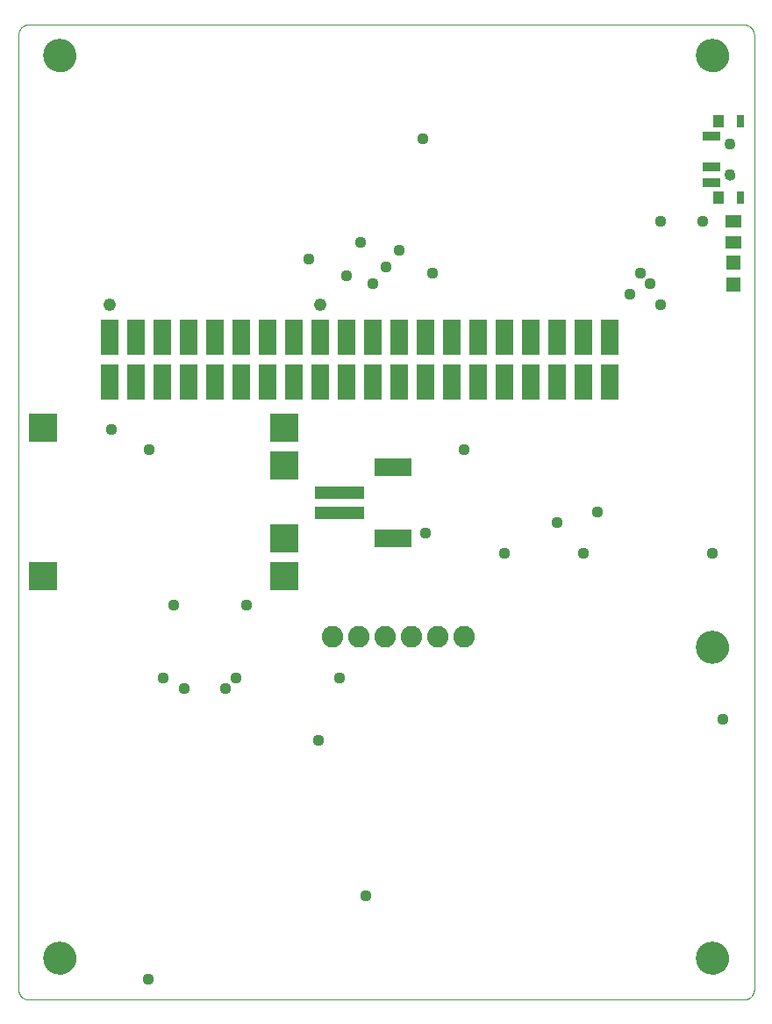
<source format=gbs>
G75*
%MOIN*%
%OFA0B0*%
%FSLAX25Y25*%
%IPPOS*%
%LPD*%
%AMOC8*
5,1,8,0,0,1.08239X$1,22.5*
%
%ADD10C,0.00000*%
%ADD11R,0.06800X0.13800*%
%ADD12R,0.10800X0.10800*%
%ADD13R,0.06312X0.05131*%
%ADD14R,0.05524X0.05524*%
%ADD15R,0.06706X0.03556*%
%ADD16R,0.03162X0.04737*%
%ADD17R,0.03950X0.04737*%
%ADD18C,0.04343*%
%ADD19C,0.12611*%
%ADD20R,0.18910X0.04737*%
%ADD21R,0.14186X0.07099*%
%ADD22C,0.08200*%
%ADD23C,0.04369*%
%ADD24C,0.04762*%
D10*
X0003248Y0006189D02*
X0003248Y0368394D01*
X0003250Y0368518D01*
X0003256Y0368641D01*
X0003265Y0368765D01*
X0003279Y0368887D01*
X0003296Y0369010D01*
X0003318Y0369132D01*
X0003343Y0369253D01*
X0003372Y0369373D01*
X0003404Y0369492D01*
X0003441Y0369611D01*
X0003481Y0369728D01*
X0003524Y0369843D01*
X0003572Y0369958D01*
X0003623Y0370070D01*
X0003677Y0370181D01*
X0003735Y0370291D01*
X0003796Y0370398D01*
X0003861Y0370504D01*
X0003929Y0370607D01*
X0004000Y0370708D01*
X0004074Y0370807D01*
X0004151Y0370904D01*
X0004232Y0370998D01*
X0004315Y0371089D01*
X0004401Y0371178D01*
X0004490Y0371264D01*
X0004581Y0371347D01*
X0004675Y0371428D01*
X0004772Y0371505D01*
X0004871Y0371579D01*
X0004972Y0371650D01*
X0005075Y0371718D01*
X0005181Y0371783D01*
X0005288Y0371844D01*
X0005398Y0371902D01*
X0005509Y0371956D01*
X0005621Y0372007D01*
X0005736Y0372055D01*
X0005851Y0372098D01*
X0005968Y0372138D01*
X0006087Y0372175D01*
X0006206Y0372207D01*
X0006326Y0372236D01*
X0006447Y0372261D01*
X0006569Y0372283D01*
X0006692Y0372300D01*
X0006814Y0372314D01*
X0006938Y0372323D01*
X0007061Y0372329D01*
X0007185Y0372331D01*
X0278839Y0372331D01*
X0278963Y0372329D01*
X0279086Y0372323D01*
X0279210Y0372314D01*
X0279332Y0372300D01*
X0279455Y0372283D01*
X0279577Y0372261D01*
X0279698Y0372236D01*
X0279818Y0372207D01*
X0279937Y0372175D01*
X0280056Y0372138D01*
X0280173Y0372098D01*
X0280288Y0372055D01*
X0280403Y0372007D01*
X0280515Y0371956D01*
X0280626Y0371902D01*
X0280736Y0371844D01*
X0280843Y0371783D01*
X0280949Y0371718D01*
X0281052Y0371650D01*
X0281153Y0371579D01*
X0281252Y0371505D01*
X0281349Y0371428D01*
X0281443Y0371347D01*
X0281534Y0371264D01*
X0281623Y0371178D01*
X0281709Y0371089D01*
X0281792Y0370998D01*
X0281873Y0370904D01*
X0281950Y0370807D01*
X0282024Y0370708D01*
X0282095Y0370607D01*
X0282163Y0370504D01*
X0282228Y0370398D01*
X0282289Y0370291D01*
X0282347Y0370181D01*
X0282401Y0370070D01*
X0282452Y0369958D01*
X0282500Y0369843D01*
X0282543Y0369728D01*
X0282583Y0369611D01*
X0282620Y0369492D01*
X0282652Y0369373D01*
X0282681Y0369253D01*
X0282706Y0369132D01*
X0282728Y0369010D01*
X0282745Y0368887D01*
X0282759Y0368765D01*
X0282768Y0368641D01*
X0282774Y0368518D01*
X0282776Y0368394D01*
X0282776Y0006189D01*
X0282774Y0006065D01*
X0282768Y0005942D01*
X0282759Y0005818D01*
X0282745Y0005696D01*
X0282728Y0005573D01*
X0282706Y0005451D01*
X0282681Y0005330D01*
X0282652Y0005210D01*
X0282620Y0005091D01*
X0282583Y0004972D01*
X0282543Y0004855D01*
X0282500Y0004740D01*
X0282452Y0004625D01*
X0282401Y0004513D01*
X0282347Y0004402D01*
X0282289Y0004292D01*
X0282228Y0004185D01*
X0282163Y0004079D01*
X0282095Y0003976D01*
X0282024Y0003875D01*
X0281950Y0003776D01*
X0281873Y0003679D01*
X0281792Y0003585D01*
X0281709Y0003494D01*
X0281623Y0003405D01*
X0281534Y0003319D01*
X0281443Y0003236D01*
X0281349Y0003155D01*
X0281252Y0003078D01*
X0281153Y0003004D01*
X0281052Y0002933D01*
X0280949Y0002865D01*
X0280843Y0002800D01*
X0280736Y0002739D01*
X0280626Y0002681D01*
X0280515Y0002627D01*
X0280403Y0002576D01*
X0280288Y0002528D01*
X0280173Y0002485D01*
X0280056Y0002445D01*
X0279937Y0002408D01*
X0279818Y0002376D01*
X0279698Y0002347D01*
X0279577Y0002322D01*
X0279455Y0002300D01*
X0279332Y0002283D01*
X0279210Y0002269D01*
X0279086Y0002260D01*
X0278963Y0002254D01*
X0278839Y0002252D01*
X0007185Y0002252D01*
X0007061Y0002254D01*
X0006938Y0002260D01*
X0006814Y0002269D01*
X0006692Y0002283D01*
X0006569Y0002300D01*
X0006447Y0002322D01*
X0006326Y0002347D01*
X0006206Y0002376D01*
X0006087Y0002408D01*
X0005968Y0002445D01*
X0005851Y0002485D01*
X0005736Y0002528D01*
X0005621Y0002576D01*
X0005509Y0002627D01*
X0005398Y0002681D01*
X0005288Y0002739D01*
X0005181Y0002800D01*
X0005075Y0002865D01*
X0004972Y0002933D01*
X0004871Y0003004D01*
X0004772Y0003078D01*
X0004675Y0003155D01*
X0004581Y0003236D01*
X0004490Y0003319D01*
X0004401Y0003405D01*
X0004315Y0003494D01*
X0004232Y0003585D01*
X0004151Y0003679D01*
X0004074Y0003776D01*
X0004000Y0003875D01*
X0003929Y0003976D01*
X0003861Y0004079D01*
X0003796Y0004185D01*
X0003735Y0004292D01*
X0003677Y0004402D01*
X0003623Y0004513D01*
X0003572Y0004625D01*
X0003524Y0004740D01*
X0003481Y0004855D01*
X0003441Y0004972D01*
X0003404Y0005091D01*
X0003372Y0005210D01*
X0003343Y0005330D01*
X0003318Y0005451D01*
X0003296Y0005573D01*
X0003279Y0005696D01*
X0003265Y0005818D01*
X0003256Y0005942D01*
X0003250Y0006065D01*
X0003248Y0006189D01*
X0013090Y0018000D02*
X0013092Y0018153D01*
X0013098Y0018307D01*
X0013108Y0018460D01*
X0013122Y0018612D01*
X0013140Y0018765D01*
X0013162Y0018916D01*
X0013187Y0019067D01*
X0013217Y0019218D01*
X0013251Y0019368D01*
X0013288Y0019516D01*
X0013329Y0019664D01*
X0013374Y0019810D01*
X0013423Y0019956D01*
X0013476Y0020100D01*
X0013532Y0020242D01*
X0013592Y0020383D01*
X0013656Y0020523D01*
X0013723Y0020661D01*
X0013794Y0020797D01*
X0013869Y0020931D01*
X0013946Y0021063D01*
X0014028Y0021193D01*
X0014112Y0021321D01*
X0014200Y0021447D01*
X0014291Y0021570D01*
X0014385Y0021691D01*
X0014483Y0021809D01*
X0014583Y0021925D01*
X0014687Y0022038D01*
X0014793Y0022149D01*
X0014902Y0022257D01*
X0015014Y0022362D01*
X0015128Y0022463D01*
X0015246Y0022562D01*
X0015365Y0022658D01*
X0015487Y0022751D01*
X0015612Y0022840D01*
X0015739Y0022927D01*
X0015868Y0023009D01*
X0015999Y0023089D01*
X0016132Y0023165D01*
X0016267Y0023238D01*
X0016404Y0023307D01*
X0016543Y0023372D01*
X0016683Y0023434D01*
X0016825Y0023492D01*
X0016968Y0023547D01*
X0017113Y0023598D01*
X0017259Y0023645D01*
X0017406Y0023688D01*
X0017554Y0023727D01*
X0017703Y0023763D01*
X0017853Y0023794D01*
X0018004Y0023822D01*
X0018155Y0023846D01*
X0018308Y0023866D01*
X0018460Y0023882D01*
X0018613Y0023894D01*
X0018766Y0023902D01*
X0018919Y0023906D01*
X0019073Y0023906D01*
X0019226Y0023902D01*
X0019379Y0023894D01*
X0019532Y0023882D01*
X0019684Y0023866D01*
X0019837Y0023846D01*
X0019988Y0023822D01*
X0020139Y0023794D01*
X0020289Y0023763D01*
X0020438Y0023727D01*
X0020586Y0023688D01*
X0020733Y0023645D01*
X0020879Y0023598D01*
X0021024Y0023547D01*
X0021167Y0023492D01*
X0021309Y0023434D01*
X0021449Y0023372D01*
X0021588Y0023307D01*
X0021725Y0023238D01*
X0021860Y0023165D01*
X0021993Y0023089D01*
X0022124Y0023009D01*
X0022253Y0022927D01*
X0022380Y0022840D01*
X0022505Y0022751D01*
X0022627Y0022658D01*
X0022746Y0022562D01*
X0022864Y0022463D01*
X0022978Y0022362D01*
X0023090Y0022257D01*
X0023199Y0022149D01*
X0023305Y0022038D01*
X0023409Y0021925D01*
X0023509Y0021809D01*
X0023607Y0021691D01*
X0023701Y0021570D01*
X0023792Y0021447D01*
X0023880Y0021321D01*
X0023964Y0021193D01*
X0024046Y0021063D01*
X0024123Y0020931D01*
X0024198Y0020797D01*
X0024269Y0020661D01*
X0024336Y0020523D01*
X0024400Y0020383D01*
X0024460Y0020242D01*
X0024516Y0020100D01*
X0024569Y0019956D01*
X0024618Y0019810D01*
X0024663Y0019664D01*
X0024704Y0019516D01*
X0024741Y0019368D01*
X0024775Y0019218D01*
X0024805Y0019067D01*
X0024830Y0018916D01*
X0024852Y0018765D01*
X0024870Y0018612D01*
X0024884Y0018460D01*
X0024894Y0018307D01*
X0024900Y0018153D01*
X0024902Y0018000D01*
X0024900Y0017847D01*
X0024894Y0017693D01*
X0024884Y0017540D01*
X0024870Y0017388D01*
X0024852Y0017235D01*
X0024830Y0017084D01*
X0024805Y0016933D01*
X0024775Y0016782D01*
X0024741Y0016632D01*
X0024704Y0016484D01*
X0024663Y0016336D01*
X0024618Y0016190D01*
X0024569Y0016044D01*
X0024516Y0015900D01*
X0024460Y0015758D01*
X0024400Y0015617D01*
X0024336Y0015477D01*
X0024269Y0015339D01*
X0024198Y0015203D01*
X0024123Y0015069D01*
X0024046Y0014937D01*
X0023964Y0014807D01*
X0023880Y0014679D01*
X0023792Y0014553D01*
X0023701Y0014430D01*
X0023607Y0014309D01*
X0023509Y0014191D01*
X0023409Y0014075D01*
X0023305Y0013962D01*
X0023199Y0013851D01*
X0023090Y0013743D01*
X0022978Y0013638D01*
X0022864Y0013537D01*
X0022746Y0013438D01*
X0022627Y0013342D01*
X0022505Y0013249D01*
X0022380Y0013160D01*
X0022253Y0013073D01*
X0022124Y0012991D01*
X0021993Y0012911D01*
X0021860Y0012835D01*
X0021725Y0012762D01*
X0021588Y0012693D01*
X0021449Y0012628D01*
X0021309Y0012566D01*
X0021167Y0012508D01*
X0021024Y0012453D01*
X0020879Y0012402D01*
X0020733Y0012355D01*
X0020586Y0012312D01*
X0020438Y0012273D01*
X0020289Y0012237D01*
X0020139Y0012206D01*
X0019988Y0012178D01*
X0019837Y0012154D01*
X0019684Y0012134D01*
X0019532Y0012118D01*
X0019379Y0012106D01*
X0019226Y0012098D01*
X0019073Y0012094D01*
X0018919Y0012094D01*
X0018766Y0012098D01*
X0018613Y0012106D01*
X0018460Y0012118D01*
X0018308Y0012134D01*
X0018155Y0012154D01*
X0018004Y0012178D01*
X0017853Y0012206D01*
X0017703Y0012237D01*
X0017554Y0012273D01*
X0017406Y0012312D01*
X0017259Y0012355D01*
X0017113Y0012402D01*
X0016968Y0012453D01*
X0016825Y0012508D01*
X0016683Y0012566D01*
X0016543Y0012628D01*
X0016404Y0012693D01*
X0016267Y0012762D01*
X0016132Y0012835D01*
X0015999Y0012911D01*
X0015868Y0012991D01*
X0015739Y0013073D01*
X0015612Y0013160D01*
X0015487Y0013249D01*
X0015365Y0013342D01*
X0015246Y0013438D01*
X0015128Y0013537D01*
X0015014Y0013638D01*
X0014902Y0013743D01*
X0014793Y0013851D01*
X0014687Y0013962D01*
X0014583Y0014075D01*
X0014483Y0014191D01*
X0014385Y0014309D01*
X0014291Y0014430D01*
X0014200Y0014553D01*
X0014112Y0014679D01*
X0014028Y0014807D01*
X0013946Y0014937D01*
X0013869Y0015069D01*
X0013794Y0015203D01*
X0013723Y0015339D01*
X0013656Y0015477D01*
X0013592Y0015617D01*
X0013532Y0015758D01*
X0013476Y0015900D01*
X0013423Y0016044D01*
X0013374Y0016190D01*
X0013329Y0016336D01*
X0013288Y0016484D01*
X0013251Y0016632D01*
X0013217Y0016782D01*
X0013187Y0016933D01*
X0013162Y0017084D01*
X0013140Y0017235D01*
X0013122Y0017388D01*
X0013108Y0017540D01*
X0013098Y0017693D01*
X0013092Y0017847D01*
X0013090Y0018000D01*
X0261122Y0018000D02*
X0261124Y0018153D01*
X0261130Y0018307D01*
X0261140Y0018460D01*
X0261154Y0018612D01*
X0261172Y0018765D01*
X0261194Y0018916D01*
X0261219Y0019067D01*
X0261249Y0019218D01*
X0261283Y0019368D01*
X0261320Y0019516D01*
X0261361Y0019664D01*
X0261406Y0019810D01*
X0261455Y0019956D01*
X0261508Y0020100D01*
X0261564Y0020242D01*
X0261624Y0020383D01*
X0261688Y0020523D01*
X0261755Y0020661D01*
X0261826Y0020797D01*
X0261901Y0020931D01*
X0261978Y0021063D01*
X0262060Y0021193D01*
X0262144Y0021321D01*
X0262232Y0021447D01*
X0262323Y0021570D01*
X0262417Y0021691D01*
X0262515Y0021809D01*
X0262615Y0021925D01*
X0262719Y0022038D01*
X0262825Y0022149D01*
X0262934Y0022257D01*
X0263046Y0022362D01*
X0263160Y0022463D01*
X0263278Y0022562D01*
X0263397Y0022658D01*
X0263519Y0022751D01*
X0263644Y0022840D01*
X0263771Y0022927D01*
X0263900Y0023009D01*
X0264031Y0023089D01*
X0264164Y0023165D01*
X0264299Y0023238D01*
X0264436Y0023307D01*
X0264575Y0023372D01*
X0264715Y0023434D01*
X0264857Y0023492D01*
X0265000Y0023547D01*
X0265145Y0023598D01*
X0265291Y0023645D01*
X0265438Y0023688D01*
X0265586Y0023727D01*
X0265735Y0023763D01*
X0265885Y0023794D01*
X0266036Y0023822D01*
X0266187Y0023846D01*
X0266340Y0023866D01*
X0266492Y0023882D01*
X0266645Y0023894D01*
X0266798Y0023902D01*
X0266951Y0023906D01*
X0267105Y0023906D01*
X0267258Y0023902D01*
X0267411Y0023894D01*
X0267564Y0023882D01*
X0267716Y0023866D01*
X0267869Y0023846D01*
X0268020Y0023822D01*
X0268171Y0023794D01*
X0268321Y0023763D01*
X0268470Y0023727D01*
X0268618Y0023688D01*
X0268765Y0023645D01*
X0268911Y0023598D01*
X0269056Y0023547D01*
X0269199Y0023492D01*
X0269341Y0023434D01*
X0269481Y0023372D01*
X0269620Y0023307D01*
X0269757Y0023238D01*
X0269892Y0023165D01*
X0270025Y0023089D01*
X0270156Y0023009D01*
X0270285Y0022927D01*
X0270412Y0022840D01*
X0270537Y0022751D01*
X0270659Y0022658D01*
X0270778Y0022562D01*
X0270896Y0022463D01*
X0271010Y0022362D01*
X0271122Y0022257D01*
X0271231Y0022149D01*
X0271337Y0022038D01*
X0271441Y0021925D01*
X0271541Y0021809D01*
X0271639Y0021691D01*
X0271733Y0021570D01*
X0271824Y0021447D01*
X0271912Y0021321D01*
X0271996Y0021193D01*
X0272078Y0021063D01*
X0272155Y0020931D01*
X0272230Y0020797D01*
X0272301Y0020661D01*
X0272368Y0020523D01*
X0272432Y0020383D01*
X0272492Y0020242D01*
X0272548Y0020100D01*
X0272601Y0019956D01*
X0272650Y0019810D01*
X0272695Y0019664D01*
X0272736Y0019516D01*
X0272773Y0019368D01*
X0272807Y0019218D01*
X0272837Y0019067D01*
X0272862Y0018916D01*
X0272884Y0018765D01*
X0272902Y0018612D01*
X0272916Y0018460D01*
X0272926Y0018307D01*
X0272932Y0018153D01*
X0272934Y0018000D01*
X0272932Y0017847D01*
X0272926Y0017693D01*
X0272916Y0017540D01*
X0272902Y0017388D01*
X0272884Y0017235D01*
X0272862Y0017084D01*
X0272837Y0016933D01*
X0272807Y0016782D01*
X0272773Y0016632D01*
X0272736Y0016484D01*
X0272695Y0016336D01*
X0272650Y0016190D01*
X0272601Y0016044D01*
X0272548Y0015900D01*
X0272492Y0015758D01*
X0272432Y0015617D01*
X0272368Y0015477D01*
X0272301Y0015339D01*
X0272230Y0015203D01*
X0272155Y0015069D01*
X0272078Y0014937D01*
X0271996Y0014807D01*
X0271912Y0014679D01*
X0271824Y0014553D01*
X0271733Y0014430D01*
X0271639Y0014309D01*
X0271541Y0014191D01*
X0271441Y0014075D01*
X0271337Y0013962D01*
X0271231Y0013851D01*
X0271122Y0013743D01*
X0271010Y0013638D01*
X0270896Y0013537D01*
X0270778Y0013438D01*
X0270659Y0013342D01*
X0270537Y0013249D01*
X0270412Y0013160D01*
X0270285Y0013073D01*
X0270156Y0012991D01*
X0270025Y0012911D01*
X0269892Y0012835D01*
X0269757Y0012762D01*
X0269620Y0012693D01*
X0269481Y0012628D01*
X0269341Y0012566D01*
X0269199Y0012508D01*
X0269056Y0012453D01*
X0268911Y0012402D01*
X0268765Y0012355D01*
X0268618Y0012312D01*
X0268470Y0012273D01*
X0268321Y0012237D01*
X0268171Y0012206D01*
X0268020Y0012178D01*
X0267869Y0012154D01*
X0267716Y0012134D01*
X0267564Y0012118D01*
X0267411Y0012106D01*
X0267258Y0012098D01*
X0267105Y0012094D01*
X0266951Y0012094D01*
X0266798Y0012098D01*
X0266645Y0012106D01*
X0266492Y0012118D01*
X0266340Y0012134D01*
X0266187Y0012154D01*
X0266036Y0012178D01*
X0265885Y0012206D01*
X0265735Y0012237D01*
X0265586Y0012273D01*
X0265438Y0012312D01*
X0265291Y0012355D01*
X0265145Y0012402D01*
X0265000Y0012453D01*
X0264857Y0012508D01*
X0264715Y0012566D01*
X0264575Y0012628D01*
X0264436Y0012693D01*
X0264299Y0012762D01*
X0264164Y0012835D01*
X0264031Y0012911D01*
X0263900Y0012991D01*
X0263771Y0013073D01*
X0263644Y0013160D01*
X0263519Y0013249D01*
X0263397Y0013342D01*
X0263278Y0013438D01*
X0263160Y0013537D01*
X0263046Y0013638D01*
X0262934Y0013743D01*
X0262825Y0013851D01*
X0262719Y0013962D01*
X0262615Y0014075D01*
X0262515Y0014191D01*
X0262417Y0014309D01*
X0262323Y0014430D01*
X0262232Y0014553D01*
X0262144Y0014679D01*
X0262060Y0014807D01*
X0261978Y0014937D01*
X0261901Y0015069D01*
X0261826Y0015203D01*
X0261755Y0015339D01*
X0261688Y0015477D01*
X0261624Y0015617D01*
X0261564Y0015758D01*
X0261508Y0015900D01*
X0261455Y0016044D01*
X0261406Y0016190D01*
X0261361Y0016336D01*
X0261320Y0016484D01*
X0261283Y0016632D01*
X0261249Y0016782D01*
X0261219Y0016933D01*
X0261194Y0017084D01*
X0261172Y0017235D01*
X0261154Y0017388D01*
X0261140Y0017540D01*
X0261130Y0017693D01*
X0261124Y0017847D01*
X0261122Y0018000D01*
X0261122Y0136110D02*
X0261124Y0136263D01*
X0261130Y0136417D01*
X0261140Y0136570D01*
X0261154Y0136722D01*
X0261172Y0136875D01*
X0261194Y0137026D01*
X0261219Y0137177D01*
X0261249Y0137328D01*
X0261283Y0137478D01*
X0261320Y0137626D01*
X0261361Y0137774D01*
X0261406Y0137920D01*
X0261455Y0138066D01*
X0261508Y0138210D01*
X0261564Y0138352D01*
X0261624Y0138493D01*
X0261688Y0138633D01*
X0261755Y0138771D01*
X0261826Y0138907D01*
X0261901Y0139041D01*
X0261978Y0139173D01*
X0262060Y0139303D01*
X0262144Y0139431D01*
X0262232Y0139557D01*
X0262323Y0139680D01*
X0262417Y0139801D01*
X0262515Y0139919D01*
X0262615Y0140035D01*
X0262719Y0140148D01*
X0262825Y0140259D01*
X0262934Y0140367D01*
X0263046Y0140472D01*
X0263160Y0140573D01*
X0263278Y0140672D01*
X0263397Y0140768D01*
X0263519Y0140861D01*
X0263644Y0140950D01*
X0263771Y0141037D01*
X0263900Y0141119D01*
X0264031Y0141199D01*
X0264164Y0141275D01*
X0264299Y0141348D01*
X0264436Y0141417D01*
X0264575Y0141482D01*
X0264715Y0141544D01*
X0264857Y0141602D01*
X0265000Y0141657D01*
X0265145Y0141708D01*
X0265291Y0141755D01*
X0265438Y0141798D01*
X0265586Y0141837D01*
X0265735Y0141873D01*
X0265885Y0141904D01*
X0266036Y0141932D01*
X0266187Y0141956D01*
X0266340Y0141976D01*
X0266492Y0141992D01*
X0266645Y0142004D01*
X0266798Y0142012D01*
X0266951Y0142016D01*
X0267105Y0142016D01*
X0267258Y0142012D01*
X0267411Y0142004D01*
X0267564Y0141992D01*
X0267716Y0141976D01*
X0267869Y0141956D01*
X0268020Y0141932D01*
X0268171Y0141904D01*
X0268321Y0141873D01*
X0268470Y0141837D01*
X0268618Y0141798D01*
X0268765Y0141755D01*
X0268911Y0141708D01*
X0269056Y0141657D01*
X0269199Y0141602D01*
X0269341Y0141544D01*
X0269481Y0141482D01*
X0269620Y0141417D01*
X0269757Y0141348D01*
X0269892Y0141275D01*
X0270025Y0141199D01*
X0270156Y0141119D01*
X0270285Y0141037D01*
X0270412Y0140950D01*
X0270537Y0140861D01*
X0270659Y0140768D01*
X0270778Y0140672D01*
X0270896Y0140573D01*
X0271010Y0140472D01*
X0271122Y0140367D01*
X0271231Y0140259D01*
X0271337Y0140148D01*
X0271441Y0140035D01*
X0271541Y0139919D01*
X0271639Y0139801D01*
X0271733Y0139680D01*
X0271824Y0139557D01*
X0271912Y0139431D01*
X0271996Y0139303D01*
X0272078Y0139173D01*
X0272155Y0139041D01*
X0272230Y0138907D01*
X0272301Y0138771D01*
X0272368Y0138633D01*
X0272432Y0138493D01*
X0272492Y0138352D01*
X0272548Y0138210D01*
X0272601Y0138066D01*
X0272650Y0137920D01*
X0272695Y0137774D01*
X0272736Y0137626D01*
X0272773Y0137478D01*
X0272807Y0137328D01*
X0272837Y0137177D01*
X0272862Y0137026D01*
X0272884Y0136875D01*
X0272902Y0136722D01*
X0272916Y0136570D01*
X0272926Y0136417D01*
X0272932Y0136263D01*
X0272934Y0136110D01*
X0272932Y0135957D01*
X0272926Y0135803D01*
X0272916Y0135650D01*
X0272902Y0135498D01*
X0272884Y0135345D01*
X0272862Y0135194D01*
X0272837Y0135043D01*
X0272807Y0134892D01*
X0272773Y0134742D01*
X0272736Y0134594D01*
X0272695Y0134446D01*
X0272650Y0134300D01*
X0272601Y0134154D01*
X0272548Y0134010D01*
X0272492Y0133868D01*
X0272432Y0133727D01*
X0272368Y0133587D01*
X0272301Y0133449D01*
X0272230Y0133313D01*
X0272155Y0133179D01*
X0272078Y0133047D01*
X0271996Y0132917D01*
X0271912Y0132789D01*
X0271824Y0132663D01*
X0271733Y0132540D01*
X0271639Y0132419D01*
X0271541Y0132301D01*
X0271441Y0132185D01*
X0271337Y0132072D01*
X0271231Y0131961D01*
X0271122Y0131853D01*
X0271010Y0131748D01*
X0270896Y0131647D01*
X0270778Y0131548D01*
X0270659Y0131452D01*
X0270537Y0131359D01*
X0270412Y0131270D01*
X0270285Y0131183D01*
X0270156Y0131101D01*
X0270025Y0131021D01*
X0269892Y0130945D01*
X0269757Y0130872D01*
X0269620Y0130803D01*
X0269481Y0130738D01*
X0269341Y0130676D01*
X0269199Y0130618D01*
X0269056Y0130563D01*
X0268911Y0130512D01*
X0268765Y0130465D01*
X0268618Y0130422D01*
X0268470Y0130383D01*
X0268321Y0130347D01*
X0268171Y0130316D01*
X0268020Y0130288D01*
X0267869Y0130264D01*
X0267716Y0130244D01*
X0267564Y0130228D01*
X0267411Y0130216D01*
X0267258Y0130208D01*
X0267105Y0130204D01*
X0266951Y0130204D01*
X0266798Y0130208D01*
X0266645Y0130216D01*
X0266492Y0130228D01*
X0266340Y0130244D01*
X0266187Y0130264D01*
X0266036Y0130288D01*
X0265885Y0130316D01*
X0265735Y0130347D01*
X0265586Y0130383D01*
X0265438Y0130422D01*
X0265291Y0130465D01*
X0265145Y0130512D01*
X0265000Y0130563D01*
X0264857Y0130618D01*
X0264715Y0130676D01*
X0264575Y0130738D01*
X0264436Y0130803D01*
X0264299Y0130872D01*
X0264164Y0130945D01*
X0264031Y0131021D01*
X0263900Y0131101D01*
X0263771Y0131183D01*
X0263644Y0131270D01*
X0263519Y0131359D01*
X0263397Y0131452D01*
X0263278Y0131548D01*
X0263160Y0131647D01*
X0263046Y0131748D01*
X0262934Y0131853D01*
X0262825Y0131961D01*
X0262719Y0132072D01*
X0262615Y0132185D01*
X0262515Y0132301D01*
X0262417Y0132419D01*
X0262323Y0132540D01*
X0262232Y0132663D01*
X0262144Y0132789D01*
X0262060Y0132917D01*
X0261978Y0133047D01*
X0261901Y0133179D01*
X0261826Y0133313D01*
X0261755Y0133449D01*
X0261688Y0133587D01*
X0261624Y0133727D01*
X0261564Y0133868D01*
X0261508Y0134010D01*
X0261455Y0134154D01*
X0261406Y0134300D01*
X0261361Y0134446D01*
X0261320Y0134594D01*
X0261283Y0134742D01*
X0261249Y0134892D01*
X0261219Y0135043D01*
X0261194Y0135194D01*
X0261172Y0135345D01*
X0261154Y0135498D01*
X0261140Y0135650D01*
X0261130Y0135803D01*
X0261124Y0135957D01*
X0261122Y0136110D01*
X0271752Y0315244D02*
X0271754Y0315328D01*
X0271760Y0315411D01*
X0271770Y0315494D01*
X0271784Y0315577D01*
X0271801Y0315659D01*
X0271823Y0315740D01*
X0271848Y0315819D01*
X0271877Y0315898D01*
X0271910Y0315975D01*
X0271946Y0316050D01*
X0271986Y0316124D01*
X0272029Y0316196D01*
X0272076Y0316265D01*
X0272126Y0316332D01*
X0272179Y0316397D01*
X0272235Y0316459D01*
X0272293Y0316519D01*
X0272355Y0316576D01*
X0272419Y0316629D01*
X0272486Y0316680D01*
X0272555Y0316727D01*
X0272626Y0316772D01*
X0272699Y0316812D01*
X0272774Y0316849D01*
X0272851Y0316883D01*
X0272929Y0316913D01*
X0273008Y0316939D01*
X0273089Y0316962D01*
X0273171Y0316980D01*
X0273253Y0316995D01*
X0273336Y0317006D01*
X0273419Y0317013D01*
X0273503Y0317016D01*
X0273587Y0317015D01*
X0273670Y0317010D01*
X0273754Y0317001D01*
X0273836Y0316988D01*
X0273918Y0316972D01*
X0273999Y0316951D01*
X0274080Y0316927D01*
X0274158Y0316899D01*
X0274236Y0316867D01*
X0274312Y0316831D01*
X0274386Y0316792D01*
X0274458Y0316750D01*
X0274528Y0316704D01*
X0274596Y0316655D01*
X0274661Y0316603D01*
X0274724Y0316548D01*
X0274784Y0316490D01*
X0274842Y0316429D01*
X0274896Y0316365D01*
X0274948Y0316299D01*
X0274996Y0316231D01*
X0275041Y0316160D01*
X0275082Y0316087D01*
X0275121Y0316013D01*
X0275155Y0315937D01*
X0275186Y0315859D01*
X0275213Y0315780D01*
X0275237Y0315699D01*
X0275256Y0315618D01*
X0275272Y0315536D01*
X0275284Y0315453D01*
X0275292Y0315369D01*
X0275296Y0315286D01*
X0275296Y0315202D01*
X0275292Y0315119D01*
X0275284Y0315035D01*
X0275272Y0314952D01*
X0275256Y0314870D01*
X0275237Y0314789D01*
X0275213Y0314708D01*
X0275186Y0314629D01*
X0275155Y0314551D01*
X0275121Y0314475D01*
X0275082Y0314401D01*
X0275041Y0314328D01*
X0274996Y0314257D01*
X0274948Y0314189D01*
X0274896Y0314123D01*
X0274842Y0314059D01*
X0274784Y0313998D01*
X0274724Y0313940D01*
X0274661Y0313885D01*
X0274596Y0313833D01*
X0274528Y0313784D01*
X0274458Y0313738D01*
X0274386Y0313696D01*
X0274312Y0313657D01*
X0274236Y0313621D01*
X0274158Y0313589D01*
X0274080Y0313561D01*
X0273999Y0313537D01*
X0273918Y0313516D01*
X0273836Y0313500D01*
X0273754Y0313487D01*
X0273670Y0313478D01*
X0273587Y0313473D01*
X0273503Y0313472D01*
X0273419Y0313475D01*
X0273336Y0313482D01*
X0273253Y0313493D01*
X0273171Y0313508D01*
X0273089Y0313526D01*
X0273008Y0313549D01*
X0272929Y0313575D01*
X0272851Y0313605D01*
X0272774Y0313639D01*
X0272699Y0313676D01*
X0272626Y0313716D01*
X0272555Y0313761D01*
X0272486Y0313808D01*
X0272419Y0313859D01*
X0272355Y0313912D01*
X0272293Y0313969D01*
X0272235Y0314029D01*
X0272179Y0314091D01*
X0272126Y0314156D01*
X0272076Y0314223D01*
X0272029Y0314292D01*
X0271986Y0314364D01*
X0271946Y0314438D01*
X0271910Y0314513D01*
X0271877Y0314590D01*
X0271848Y0314669D01*
X0271823Y0314748D01*
X0271801Y0314829D01*
X0271784Y0314911D01*
X0271770Y0314994D01*
X0271760Y0315077D01*
X0271754Y0315160D01*
X0271752Y0315244D01*
X0271752Y0327055D02*
X0271754Y0327139D01*
X0271760Y0327222D01*
X0271770Y0327305D01*
X0271784Y0327388D01*
X0271801Y0327470D01*
X0271823Y0327551D01*
X0271848Y0327630D01*
X0271877Y0327709D01*
X0271910Y0327786D01*
X0271946Y0327861D01*
X0271986Y0327935D01*
X0272029Y0328007D01*
X0272076Y0328076D01*
X0272126Y0328143D01*
X0272179Y0328208D01*
X0272235Y0328270D01*
X0272293Y0328330D01*
X0272355Y0328387D01*
X0272419Y0328440D01*
X0272486Y0328491D01*
X0272555Y0328538D01*
X0272626Y0328583D01*
X0272699Y0328623D01*
X0272774Y0328660D01*
X0272851Y0328694D01*
X0272929Y0328724D01*
X0273008Y0328750D01*
X0273089Y0328773D01*
X0273171Y0328791D01*
X0273253Y0328806D01*
X0273336Y0328817D01*
X0273419Y0328824D01*
X0273503Y0328827D01*
X0273587Y0328826D01*
X0273670Y0328821D01*
X0273754Y0328812D01*
X0273836Y0328799D01*
X0273918Y0328783D01*
X0273999Y0328762D01*
X0274080Y0328738D01*
X0274158Y0328710D01*
X0274236Y0328678D01*
X0274312Y0328642D01*
X0274386Y0328603D01*
X0274458Y0328561D01*
X0274528Y0328515D01*
X0274596Y0328466D01*
X0274661Y0328414D01*
X0274724Y0328359D01*
X0274784Y0328301D01*
X0274842Y0328240D01*
X0274896Y0328176D01*
X0274948Y0328110D01*
X0274996Y0328042D01*
X0275041Y0327971D01*
X0275082Y0327898D01*
X0275121Y0327824D01*
X0275155Y0327748D01*
X0275186Y0327670D01*
X0275213Y0327591D01*
X0275237Y0327510D01*
X0275256Y0327429D01*
X0275272Y0327347D01*
X0275284Y0327264D01*
X0275292Y0327180D01*
X0275296Y0327097D01*
X0275296Y0327013D01*
X0275292Y0326930D01*
X0275284Y0326846D01*
X0275272Y0326763D01*
X0275256Y0326681D01*
X0275237Y0326600D01*
X0275213Y0326519D01*
X0275186Y0326440D01*
X0275155Y0326362D01*
X0275121Y0326286D01*
X0275082Y0326212D01*
X0275041Y0326139D01*
X0274996Y0326068D01*
X0274948Y0326000D01*
X0274896Y0325934D01*
X0274842Y0325870D01*
X0274784Y0325809D01*
X0274724Y0325751D01*
X0274661Y0325696D01*
X0274596Y0325644D01*
X0274528Y0325595D01*
X0274458Y0325549D01*
X0274386Y0325507D01*
X0274312Y0325468D01*
X0274236Y0325432D01*
X0274158Y0325400D01*
X0274080Y0325372D01*
X0273999Y0325348D01*
X0273918Y0325327D01*
X0273836Y0325311D01*
X0273754Y0325298D01*
X0273670Y0325289D01*
X0273587Y0325284D01*
X0273503Y0325283D01*
X0273419Y0325286D01*
X0273336Y0325293D01*
X0273253Y0325304D01*
X0273171Y0325319D01*
X0273089Y0325337D01*
X0273008Y0325360D01*
X0272929Y0325386D01*
X0272851Y0325416D01*
X0272774Y0325450D01*
X0272699Y0325487D01*
X0272626Y0325527D01*
X0272555Y0325572D01*
X0272486Y0325619D01*
X0272419Y0325670D01*
X0272355Y0325723D01*
X0272293Y0325780D01*
X0272235Y0325840D01*
X0272179Y0325902D01*
X0272126Y0325967D01*
X0272076Y0326034D01*
X0272029Y0326103D01*
X0271986Y0326175D01*
X0271946Y0326249D01*
X0271910Y0326324D01*
X0271877Y0326401D01*
X0271848Y0326480D01*
X0271823Y0326559D01*
X0271801Y0326640D01*
X0271784Y0326722D01*
X0271770Y0326805D01*
X0271760Y0326888D01*
X0271754Y0326971D01*
X0271752Y0327055D01*
X0261122Y0360520D02*
X0261124Y0360673D01*
X0261130Y0360827D01*
X0261140Y0360980D01*
X0261154Y0361132D01*
X0261172Y0361285D01*
X0261194Y0361436D01*
X0261219Y0361587D01*
X0261249Y0361738D01*
X0261283Y0361888D01*
X0261320Y0362036D01*
X0261361Y0362184D01*
X0261406Y0362330D01*
X0261455Y0362476D01*
X0261508Y0362620D01*
X0261564Y0362762D01*
X0261624Y0362903D01*
X0261688Y0363043D01*
X0261755Y0363181D01*
X0261826Y0363317D01*
X0261901Y0363451D01*
X0261978Y0363583D01*
X0262060Y0363713D01*
X0262144Y0363841D01*
X0262232Y0363967D01*
X0262323Y0364090D01*
X0262417Y0364211D01*
X0262515Y0364329D01*
X0262615Y0364445D01*
X0262719Y0364558D01*
X0262825Y0364669D01*
X0262934Y0364777D01*
X0263046Y0364882D01*
X0263160Y0364983D01*
X0263278Y0365082D01*
X0263397Y0365178D01*
X0263519Y0365271D01*
X0263644Y0365360D01*
X0263771Y0365447D01*
X0263900Y0365529D01*
X0264031Y0365609D01*
X0264164Y0365685D01*
X0264299Y0365758D01*
X0264436Y0365827D01*
X0264575Y0365892D01*
X0264715Y0365954D01*
X0264857Y0366012D01*
X0265000Y0366067D01*
X0265145Y0366118D01*
X0265291Y0366165D01*
X0265438Y0366208D01*
X0265586Y0366247D01*
X0265735Y0366283D01*
X0265885Y0366314D01*
X0266036Y0366342D01*
X0266187Y0366366D01*
X0266340Y0366386D01*
X0266492Y0366402D01*
X0266645Y0366414D01*
X0266798Y0366422D01*
X0266951Y0366426D01*
X0267105Y0366426D01*
X0267258Y0366422D01*
X0267411Y0366414D01*
X0267564Y0366402D01*
X0267716Y0366386D01*
X0267869Y0366366D01*
X0268020Y0366342D01*
X0268171Y0366314D01*
X0268321Y0366283D01*
X0268470Y0366247D01*
X0268618Y0366208D01*
X0268765Y0366165D01*
X0268911Y0366118D01*
X0269056Y0366067D01*
X0269199Y0366012D01*
X0269341Y0365954D01*
X0269481Y0365892D01*
X0269620Y0365827D01*
X0269757Y0365758D01*
X0269892Y0365685D01*
X0270025Y0365609D01*
X0270156Y0365529D01*
X0270285Y0365447D01*
X0270412Y0365360D01*
X0270537Y0365271D01*
X0270659Y0365178D01*
X0270778Y0365082D01*
X0270896Y0364983D01*
X0271010Y0364882D01*
X0271122Y0364777D01*
X0271231Y0364669D01*
X0271337Y0364558D01*
X0271441Y0364445D01*
X0271541Y0364329D01*
X0271639Y0364211D01*
X0271733Y0364090D01*
X0271824Y0363967D01*
X0271912Y0363841D01*
X0271996Y0363713D01*
X0272078Y0363583D01*
X0272155Y0363451D01*
X0272230Y0363317D01*
X0272301Y0363181D01*
X0272368Y0363043D01*
X0272432Y0362903D01*
X0272492Y0362762D01*
X0272548Y0362620D01*
X0272601Y0362476D01*
X0272650Y0362330D01*
X0272695Y0362184D01*
X0272736Y0362036D01*
X0272773Y0361888D01*
X0272807Y0361738D01*
X0272837Y0361587D01*
X0272862Y0361436D01*
X0272884Y0361285D01*
X0272902Y0361132D01*
X0272916Y0360980D01*
X0272926Y0360827D01*
X0272932Y0360673D01*
X0272934Y0360520D01*
X0272932Y0360367D01*
X0272926Y0360213D01*
X0272916Y0360060D01*
X0272902Y0359908D01*
X0272884Y0359755D01*
X0272862Y0359604D01*
X0272837Y0359453D01*
X0272807Y0359302D01*
X0272773Y0359152D01*
X0272736Y0359004D01*
X0272695Y0358856D01*
X0272650Y0358710D01*
X0272601Y0358564D01*
X0272548Y0358420D01*
X0272492Y0358278D01*
X0272432Y0358137D01*
X0272368Y0357997D01*
X0272301Y0357859D01*
X0272230Y0357723D01*
X0272155Y0357589D01*
X0272078Y0357457D01*
X0271996Y0357327D01*
X0271912Y0357199D01*
X0271824Y0357073D01*
X0271733Y0356950D01*
X0271639Y0356829D01*
X0271541Y0356711D01*
X0271441Y0356595D01*
X0271337Y0356482D01*
X0271231Y0356371D01*
X0271122Y0356263D01*
X0271010Y0356158D01*
X0270896Y0356057D01*
X0270778Y0355958D01*
X0270659Y0355862D01*
X0270537Y0355769D01*
X0270412Y0355680D01*
X0270285Y0355593D01*
X0270156Y0355511D01*
X0270025Y0355431D01*
X0269892Y0355355D01*
X0269757Y0355282D01*
X0269620Y0355213D01*
X0269481Y0355148D01*
X0269341Y0355086D01*
X0269199Y0355028D01*
X0269056Y0354973D01*
X0268911Y0354922D01*
X0268765Y0354875D01*
X0268618Y0354832D01*
X0268470Y0354793D01*
X0268321Y0354757D01*
X0268171Y0354726D01*
X0268020Y0354698D01*
X0267869Y0354674D01*
X0267716Y0354654D01*
X0267564Y0354638D01*
X0267411Y0354626D01*
X0267258Y0354618D01*
X0267105Y0354614D01*
X0266951Y0354614D01*
X0266798Y0354618D01*
X0266645Y0354626D01*
X0266492Y0354638D01*
X0266340Y0354654D01*
X0266187Y0354674D01*
X0266036Y0354698D01*
X0265885Y0354726D01*
X0265735Y0354757D01*
X0265586Y0354793D01*
X0265438Y0354832D01*
X0265291Y0354875D01*
X0265145Y0354922D01*
X0265000Y0354973D01*
X0264857Y0355028D01*
X0264715Y0355086D01*
X0264575Y0355148D01*
X0264436Y0355213D01*
X0264299Y0355282D01*
X0264164Y0355355D01*
X0264031Y0355431D01*
X0263900Y0355511D01*
X0263771Y0355593D01*
X0263644Y0355680D01*
X0263519Y0355769D01*
X0263397Y0355862D01*
X0263278Y0355958D01*
X0263160Y0356057D01*
X0263046Y0356158D01*
X0262934Y0356263D01*
X0262825Y0356371D01*
X0262719Y0356482D01*
X0262615Y0356595D01*
X0262515Y0356711D01*
X0262417Y0356829D01*
X0262323Y0356950D01*
X0262232Y0357073D01*
X0262144Y0357199D01*
X0262060Y0357327D01*
X0261978Y0357457D01*
X0261901Y0357589D01*
X0261826Y0357723D01*
X0261755Y0357859D01*
X0261688Y0357997D01*
X0261624Y0358137D01*
X0261564Y0358278D01*
X0261508Y0358420D01*
X0261455Y0358564D01*
X0261406Y0358710D01*
X0261361Y0358856D01*
X0261320Y0359004D01*
X0261283Y0359152D01*
X0261249Y0359302D01*
X0261219Y0359453D01*
X0261194Y0359604D01*
X0261172Y0359755D01*
X0261154Y0359908D01*
X0261140Y0360060D01*
X0261130Y0360213D01*
X0261124Y0360367D01*
X0261122Y0360520D01*
X0013090Y0360520D02*
X0013092Y0360673D01*
X0013098Y0360827D01*
X0013108Y0360980D01*
X0013122Y0361132D01*
X0013140Y0361285D01*
X0013162Y0361436D01*
X0013187Y0361587D01*
X0013217Y0361738D01*
X0013251Y0361888D01*
X0013288Y0362036D01*
X0013329Y0362184D01*
X0013374Y0362330D01*
X0013423Y0362476D01*
X0013476Y0362620D01*
X0013532Y0362762D01*
X0013592Y0362903D01*
X0013656Y0363043D01*
X0013723Y0363181D01*
X0013794Y0363317D01*
X0013869Y0363451D01*
X0013946Y0363583D01*
X0014028Y0363713D01*
X0014112Y0363841D01*
X0014200Y0363967D01*
X0014291Y0364090D01*
X0014385Y0364211D01*
X0014483Y0364329D01*
X0014583Y0364445D01*
X0014687Y0364558D01*
X0014793Y0364669D01*
X0014902Y0364777D01*
X0015014Y0364882D01*
X0015128Y0364983D01*
X0015246Y0365082D01*
X0015365Y0365178D01*
X0015487Y0365271D01*
X0015612Y0365360D01*
X0015739Y0365447D01*
X0015868Y0365529D01*
X0015999Y0365609D01*
X0016132Y0365685D01*
X0016267Y0365758D01*
X0016404Y0365827D01*
X0016543Y0365892D01*
X0016683Y0365954D01*
X0016825Y0366012D01*
X0016968Y0366067D01*
X0017113Y0366118D01*
X0017259Y0366165D01*
X0017406Y0366208D01*
X0017554Y0366247D01*
X0017703Y0366283D01*
X0017853Y0366314D01*
X0018004Y0366342D01*
X0018155Y0366366D01*
X0018308Y0366386D01*
X0018460Y0366402D01*
X0018613Y0366414D01*
X0018766Y0366422D01*
X0018919Y0366426D01*
X0019073Y0366426D01*
X0019226Y0366422D01*
X0019379Y0366414D01*
X0019532Y0366402D01*
X0019684Y0366386D01*
X0019837Y0366366D01*
X0019988Y0366342D01*
X0020139Y0366314D01*
X0020289Y0366283D01*
X0020438Y0366247D01*
X0020586Y0366208D01*
X0020733Y0366165D01*
X0020879Y0366118D01*
X0021024Y0366067D01*
X0021167Y0366012D01*
X0021309Y0365954D01*
X0021449Y0365892D01*
X0021588Y0365827D01*
X0021725Y0365758D01*
X0021860Y0365685D01*
X0021993Y0365609D01*
X0022124Y0365529D01*
X0022253Y0365447D01*
X0022380Y0365360D01*
X0022505Y0365271D01*
X0022627Y0365178D01*
X0022746Y0365082D01*
X0022864Y0364983D01*
X0022978Y0364882D01*
X0023090Y0364777D01*
X0023199Y0364669D01*
X0023305Y0364558D01*
X0023409Y0364445D01*
X0023509Y0364329D01*
X0023607Y0364211D01*
X0023701Y0364090D01*
X0023792Y0363967D01*
X0023880Y0363841D01*
X0023964Y0363713D01*
X0024046Y0363583D01*
X0024123Y0363451D01*
X0024198Y0363317D01*
X0024269Y0363181D01*
X0024336Y0363043D01*
X0024400Y0362903D01*
X0024460Y0362762D01*
X0024516Y0362620D01*
X0024569Y0362476D01*
X0024618Y0362330D01*
X0024663Y0362184D01*
X0024704Y0362036D01*
X0024741Y0361888D01*
X0024775Y0361738D01*
X0024805Y0361587D01*
X0024830Y0361436D01*
X0024852Y0361285D01*
X0024870Y0361132D01*
X0024884Y0360980D01*
X0024894Y0360827D01*
X0024900Y0360673D01*
X0024902Y0360520D01*
X0024900Y0360367D01*
X0024894Y0360213D01*
X0024884Y0360060D01*
X0024870Y0359908D01*
X0024852Y0359755D01*
X0024830Y0359604D01*
X0024805Y0359453D01*
X0024775Y0359302D01*
X0024741Y0359152D01*
X0024704Y0359004D01*
X0024663Y0358856D01*
X0024618Y0358710D01*
X0024569Y0358564D01*
X0024516Y0358420D01*
X0024460Y0358278D01*
X0024400Y0358137D01*
X0024336Y0357997D01*
X0024269Y0357859D01*
X0024198Y0357723D01*
X0024123Y0357589D01*
X0024046Y0357457D01*
X0023964Y0357327D01*
X0023880Y0357199D01*
X0023792Y0357073D01*
X0023701Y0356950D01*
X0023607Y0356829D01*
X0023509Y0356711D01*
X0023409Y0356595D01*
X0023305Y0356482D01*
X0023199Y0356371D01*
X0023090Y0356263D01*
X0022978Y0356158D01*
X0022864Y0356057D01*
X0022746Y0355958D01*
X0022627Y0355862D01*
X0022505Y0355769D01*
X0022380Y0355680D01*
X0022253Y0355593D01*
X0022124Y0355511D01*
X0021993Y0355431D01*
X0021860Y0355355D01*
X0021725Y0355282D01*
X0021588Y0355213D01*
X0021449Y0355148D01*
X0021309Y0355086D01*
X0021167Y0355028D01*
X0021024Y0354973D01*
X0020879Y0354922D01*
X0020733Y0354875D01*
X0020586Y0354832D01*
X0020438Y0354793D01*
X0020289Y0354757D01*
X0020139Y0354726D01*
X0019988Y0354698D01*
X0019837Y0354674D01*
X0019684Y0354654D01*
X0019532Y0354638D01*
X0019379Y0354626D01*
X0019226Y0354618D01*
X0019073Y0354614D01*
X0018919Y0354614D01*
X0018766Y0354618D01*
X0018613Y0354626D01*
X0018460Y0354638D01*
X0018308Y0354654D01*
X0018155Y0354674D01*
X0018004Y0354698D01*
X0017853Y0354726D01*
X0017703Y0354757D01*
X0017554Y0354793D01*
X0017406Y0354832D01*
X0017259Y0354875D01*
X0017113Y0354922D01*
X0016968Y0354973D01*
X0016825Y0355028D01*
X0016683Y0355086D01*
X0016543Y0355148D01*
X0016404Y0355213D01*
X0016267Y0355282D01*
X0016132Y0355355D01*
X0015999Y0355431D01*
X0015868Y0355511D01*
X0015739Y0355593D01*
X0015612Y0355680D01*
X0015487Y0355769D01*
X0015365Y0355862D01*
X0015246Y0355958D01*
X0015128Y0356057D01*
X0015014Y0356158D01*
X0014902Y0356263D01*
X0014793Y0356371D01*
X0014687Y0356482D01*
X0014583Y0356595D01*
X0014483Y0356711D01*
X0014385Y0356829D01*
X0014291Y0356950D01*
X0014200Y0357073D01*
X0014112Y0357199D01*
X0014028Y0357327D01*
X0013946Y0357457D01*
X0013869Y0357589D01*
X0013794Y0357723D01*
X0013723Y0357859D01*
X0013656Y0357997D01*
X0013592Y0358137D01*
X0013532Y0358278D01*
X0013476Y0358420D01*
X0013423Y0358564D01*
X0013374Y0358710D01*
X0013329Y0358856D01*
X0013288Y0359004D01*
X0013251Y0359152D01*
X0013217Y0359302D01*
X0013187Y0359453D01*
X0013162Y0359604D01*
X0013140Y0359755D01*
X0013122Y0359908D01*
X0013108Y0360060D01*
X0013098Y0360213D01*
X0013092Y0360367D01*
X0013090Y0360520D01*
D11*
X0038000Y0253772D03*
X0048000Y0253772D03*
X0058000Y0253772D03*
X0068000Y0253772D03*
X0078000Y0253772D03*
X0088000Y0253772D03*
X0098000Y0253772D03*
X0108000Y0253772D03*
X0118000Y0253772D03*
X0128000Y0253772D03*
X0138000Y0253772D03*
X0148000Y0253772D03*
X0158000Y0253772D03*
X0168000Y0253772D03*
X0178000Y0253772D03*
X0188000Y0253772D03*
X0198000Y0253772D03*
X0208000Y0253772D03*
X0218000Y0253772D03*
X0228000Y0253772D03*
X0228000Y0236772D03*
X0218000Y0236772D03*
X0208000Y0236772D03*
X0198000Y0236772D03*
X0188000Y0236772D03*
X0178000Y0236772D03*
X0168000Y0236772D03*
X0158000Y0236772D03*
X0148000Y0236772D03*
X0138000Y0236772D03*
X0128000Y0236772D03*
X0118000Y0236772D03*
X0108000Y0236772D03*
X0098000Y0236772D03*
X0088000Y0236772D03*
X0078000Y0236772D03*
X0068000Y0236772D03*
X0058000Y0236772D03*
X0048000Y0236772D03*
X0038000Y0236772D03*
D12*
X0012500Y0219378D03*
X0012500Y0163079D03*
X0104232Y0163079D03*
X0104232Y0177449D03*
X0104232Y0205008D03*
X0104232Y0219378D03*
D13*
X0274902Y0289654D03*
X0274902Y0297528D03*
D14*
X0274902Y0281976D03*
X0274902Y0273709D03*
D15*
X0266634Y0312291D03*
X0266634Y0318197D03*
X0266634Y0330008D03*
D16*
X0277461Y0335520D03*
X0277461Y0306780D03*
D17*
X0269193Y0306780D03*
X0269193Y0335520D03*
D18*
X0273524Y0327055D03*
X0273524Y0315244D03*
D19*
X0267028Y0360520D03*
X0267028Y0136110D03*
X0267028Y0018000D03*
X0018996Y0018000D03*
X0018996Y0360520D03*
D20*
X0125114Y0194780D03*
X0125114Y0186906D03*
D21*
X0145587Y0177457D03*
X0145587Y0204228D03*
D22*
X0142539Y0140047D03*
X0132539Y0140047D03*
X0122539Y0140047D03*
X0152539Y0140047D03*
X0162539Y0140047D03*
X0172539Y0140047D03*
D23*
X0188000Y0171543D03*
X0207972Y0183354D03*
X0218000Y0171543D03*
X0223130Y0187291D03*
X0267028Y0171543D03*
X0270965Y0108551D03*
X0172539Y0210913D03*
X0158000Y0179417D03*
X0125295Y0124299D03*
X0117421Y0100677D03*
X0085925Y0124299D03*
X0081988Y0120362D03*
X0066240Y0120362D03*
X0058366Y0124299D03*
X0062303Y0151858D03*
X0089862Y0151858D03*
X0052854Y0210913D03*
X0038681Y0218787D03*
X0113484Y0283354D03*
X0128000Y0277055D03*
X0133169Y0289654D03*
X0143012Y0280205D03*
X0148000Y0286504D03*
X0138000Y0273906D03*
X0160728Y0277843D03*
X0156791Y0329024D03*
X0235531Y0269969D03*
X0239469Y0277843D03*
X0243406Y0273906D03*
X0247343Y0266031D03*
X0247343Y0297528D03*
X0263091Y0297528D03*
X0135138Y0041622D03*
X0052461Y0010126D03*
D24*
X0038000Y0266031D03*
X0118000Y0266031D03*
M02*

</source>
